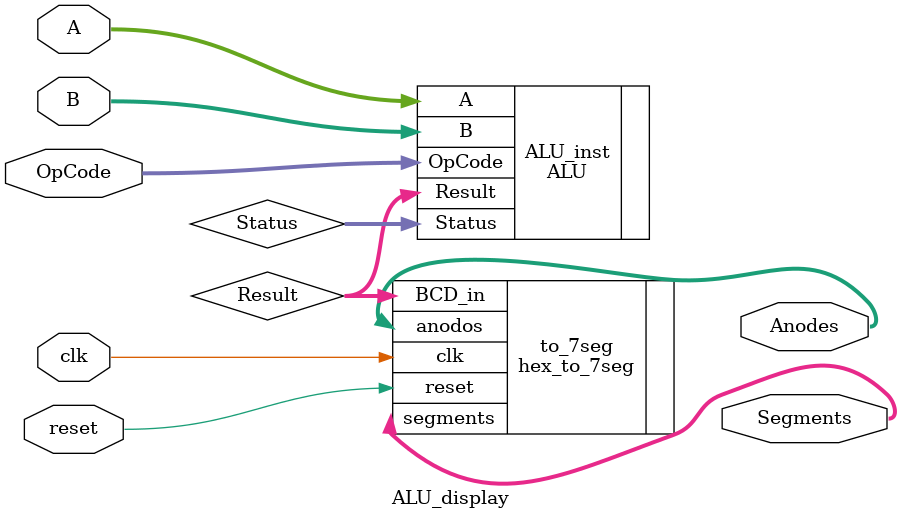
<source format=sv>
module ALU_display #(parameter WIDTH=8)(
        input  logic clk, reset,
        input  logic [WIDTH-1:0] A, B,
        input  logic [1:0]  OpCode,
        output logic [6:0]  Segments,
        output logic [7:0]  Anodes
    );

    logic [WIDTH-1:0] Result;
    logic [3:0]   Status; //n,c,z,v

    ALU #(.WIDTH(WIDTH)) ALU_inst(
        .A(A), 
        .B(B),
        .OpCode(OpCode),
        .Result(Result),
        .Status(Status)
        );

    hex_to_7seg #(.N(WIDTH)) to_7seg (
        .BCD_in  (Result),
        .clk     (clk), 
        .reset   (reset),
        .segments(Segments),
        .anodos  (Anodes)
    );

endmodule
</source>
